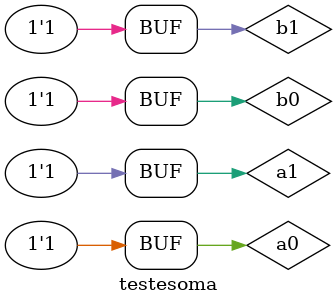
<source format=v>


module meiasoma (s0, s1, a, b);

 output s0,s1;
 input a, b;
 wire w1, w2, w3, w4;
 
 nand NAND1 (w1,a,b);
 nand NAND2 (w2,b,w1);
 nand NAND3 (w3,a,w1);
 nand NAND4 (s0,w3,w2);
 nand NAND5 (w4,a,b);
 nand NAND6 (s1,w4,w4);

endmodule//meiasoma

// ---------------------
// -- SOMA COMPLETA
// ---------------------

module somaCompleta (s0, s1, a, b, vaium );

input a, b, vaium;
output s0, s1;
wire w1, w2, w3, w4, w5;

meiasoma MS1 (w1,w2,a,b);
meiasoma MS2 (s0,w3,w1,vaium);
nand NAND1 (w4,w2,w2);
nand NAND2 (w5,w3,w3);
nand NAND3 (s1,w4,w5);

endmodule//somaCompleta

// ---------------------
// -- SOMA
// ---------------------

module soma (s2, s1, s0, a0, a1,b0, b1);

input a0, a1, b0, b1;
output s2, s1, s0;
wire w1;

meiasoma MS1 (s0,w1,a0,b0);
somaCompleta SC1 (s1,s2,a1,b1,w1);


endmodule//soma


// ---------------------
// --  TESTE SOMA 
// ---------------------
module testesoma;

reg a0, a1, b0, b1;
wire s2, s1, s0;

soma SOMA1( s2, s1, s0, a0, a1, b0, b1);

  initial begin:start
  
   a0=0; a1=0; 
	b0=0; b1=0; 
	
  end

  initial begin: main
 
   $display("Exercicio 05-04 - Julio Cezar Taveira Araujo - 380776");
      $display("Test SomaCompleta 2 bits com NANDs");  
      $display("aaa + bbb = ssss\n");
	   $monitor("%b%b + %b%b = %b%b%b", a1, a0, b1, b0, s2, s1, s0);
     
   #1
	a0=0; a1=1; 
	b0=0; b1=1; 
   #1
	a0=0; a1=1; 
	b0=1; b1=0;
  #1
  a0=1; a1=1; 
  b0=1; b1=1;
    
  end
endmodule
</source>
